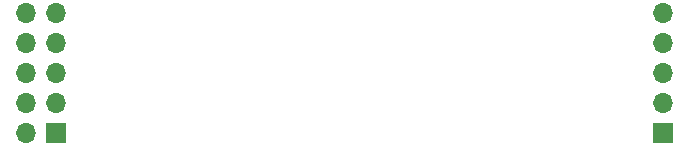
<source format=gbr>
%TF.GenerationSoftware,KiCad,Pcbnew,(6.0.6)*%
%TF.CreationDate,2022-09-07T20:40:28-07:00*%
%TF.ProjectId,SWD_to_v4WF_Cable,5357445f-746f-45f7-9634-57465f436162,rev?*%
%TF.SameCoordinates,Original*%
%TF.FileFunction,Soldermask,Top*%
%TF.FilePolarity,Negative*%
%FSLAX46Y46*%
G04 Gerber Fmt 4.6, Leading zero omitted, Abs format (unit mm)*
G04 Created by KiCad (PCBNEW (6.0.6)) date 2022-09-07 20:40:28*
%MOMM*%
%LPD*%
G01*
G04 APERTURE LIST*
%ADD10R,1.700000X1.700000*%
%ADD11O,1.700000X1.700000*%
G04 APERTURE END LIST*
D10*
%TO.C,J2*%
X132250000Y-64425000D03*
D11*
X129710000Y-64425000D03*
X132250000Y-61885000D03*
X129710000Y-61885000D03*
X132250000Y-59345000D03*
X129710000Y-59345000D03*
X132250000Y-56805000D03*
X129710000Y-56805000D03*
X132250000Y-54265000D03*
X129710000Y-54265000D03*
%TD*%
D10*
%TO.C,J1*%
X183600000Y-64425000D03*
D11*
X183600000Y-61885000D03*
X183600000Y-59345000D03*
X183600000Y-56805000D03*
X183600000Y-54265000D03*
%TD*%
M02*

</source>
